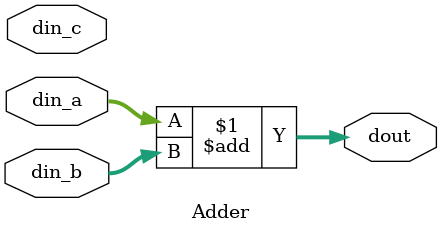
<source format=v>



module Adder(din_a, din_b, din_c, dout);

	
	input wire[3:0] din_a;

	
	input wire[3:0] din_b;

	
	input wire[3:0] din_c;

	
	output wire[3:0] dout;

	

	assign dout = din_a + din_b;
	endmodule

</source>
